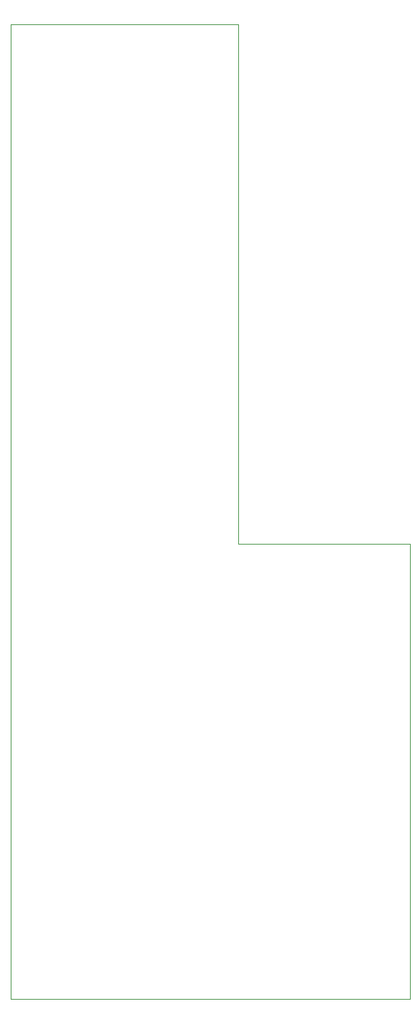
<source format=gbr>
%TF.GenerationSoftware,KiCad,Pcbnew,(6.0.6-0)*%
%TF.CreationDate,2022-11-06T01:19:23-08:00*%
%TF.ProjectId,Main Board,4d61696e-2042-46f6-9172-642e6b696361,rev?*%
%TF.SameCoordinates,Original*%
%TF.FileFunction,Profile,NP*%
%FSLAX46Y46*%
G04 Gerber Fmt 4.6, Leading zero omitted, Abs format (unit mm)*
G04 Created by KiCad (PCBNEW (6.0.6-0)) date 2022-11-06 01:19:23*
%MOMM*%
%LPD*%
G01*
G04 APERTURE LIST*
%TA.AperFunction,Profile*%
%ADD10C,0.100000*%
%TD*%
%TA.AperFunction,Profile*%
%ADD11C,0.050000*%
%TD*%
G04 APERTURE END LIST*
D10*
X113284000Y-85344000D02*
X133604000Y-85344000D01*
D11*
X113284000Y-23876000D02*
X113284000Y-85344000D01*
D10*
X86360000Y-139192000D02*
X86360000Y-23876000D01*
X133604000Y-85344000D02*
X133604000Y-139192000D01*
D11*
X86360000Y-23876000D02*
X113284000Y-23876000D01*
D10*
X133604000Y-139192000D02*
X86360000Y-139192000D01*
M02*

</source>
